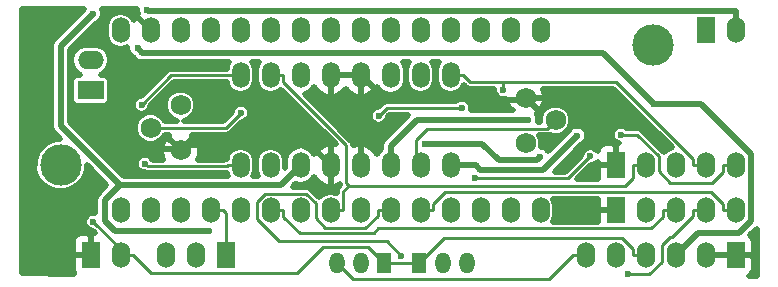
<source format=gbr>
G04 #@! TF.FileFunction,Copper,L1,Top,Signal*
%FSLAX46Y46*%
G04 Gerber Fmt 4.6, Leading zero omitted, Abs format (unit mm)*
G04 Created by KiCad (PCBNEW 0.201508080901+6071~28~ubuntu14.04.1-product) date lun 10 ago 2015 21:40:22 CEST*
%MOMM*%
G01*
G04 APERTURE LIST*
%ADD10C,0.200000*%
%ADD11O,1.501140X2.199640*%
%ADD12C,1.750060*%
%ADD13R,1.524000X2.199640*%
%ADD14O,1.524000X2.199640*%
%ADD15R,2.199640X1.524000*%
%ADD16O,2.199640X1.524000*%
%ADD17R,1.300000X1.800000*%
%ADD18O,1.300000X1.800000*%
%ADD19C,3.500120*%
%ADD20O,1.524000X2.197100*%
%ADD21C,0.600000*%
%ADD22C,0.500000*%
%ADD23C,0.250000*%
%ADD24C,0.508000*%
G04 APERTURE END LIST*
D10*
D11*
X106680000Y-77470000D03*
X109220000Y-77470000D03*
X111760000Y-77470000D03*
X114300000Y-77470000D03*
X116840000Y-77470000D03*
X119380000Y-77470000D03*
X121920000Y-77470000D03*
X124460000Y-77470000D03*
X124460000Y-69850000D03*
X121920000Y-69850000D03*
X119380000Y-69850000D03*
X116840000Y-69850000D03*
X114300000Y-69850000D03*
X111760000Y-69850000D03*
X109220000Y-69850000D03*
X106680000Y-69850000D03*
D12*
X130810000Y-75565000D03*
X133350000Y-73660000D03*
X130810000Y-71755000D03*
X101600000Y-72390000D03*
X99060000Y-74295000D03*
X101600000Y-76200000D03*
D13*
X146050000Y-66040000D03*
D14*
X148590000Y-66040000D03*
D15*
X93980000Y-71120000D03*
D16*
X93980000Y-68580000D03*
D17*
X121825000Y-85725000D03*
D18*
X123825000Y-85725000D03*
X125825000Y-85725000D03*
D19*
X91440000Y-77470000D03*
X141605000Y-67310000D03*
D17*
X118840000Y-85725000D03*
D18*
X116840000Y-85725000D03*
X114840000Y-85725000D03*
D14*
X96520000Y-81280000D03*
X99060000Y-81280000D03*
X101600000Y-81280000D03*
X104140000Y-81280000D03*
X106680000Y-81280000D03*
X109220000Y-81280000D03*
X111760000Y-81280000D03*
X114300000Y-81280000D03*
X116840000Y-81280000D03*
X119380000Y-81280000D03*
X121920000Y-81280000D03*
X124460000Y-81280000D03*
X127000000Y-81280000D03*
X129540000Y-81280000D03*
X132080000Y-81280000D03*
X132080000Y-66040000D03*
X129540000Y-66040000D03*
X127000000Y-66040000D03*
X124460000Y-66040000D03*
D20*
X121920000Y-66040000D03*
X119380000Y-66040000D03*
X116840000Y-66040000D03*
X114300000Y-66040000D03*
X111760000Y-66040000D03*
X109220000Y-66040000D03*
X106680000Y-66040000D03*
X104140000Y-66040000D03*
X101600000Y-66040000D03*
X99060000Y-66040000D03*
X96520000Y-66040000D03*
D13*
X148590000Y-85090000D03*
D14*
X146050000Y-85090000D03*
X143510000Y-85090000D03*
X140970000Y-85090000D03*
X138430000Y-85090000D03*
X135890000Y-85090000D03*
D13*
X93980000Y-85090000D03*
D14*
X96520000Y-85090000D03*
D13*
X105410000Y-85090000D03*
D14*
X102870000Y-85090000D03*
X100330000Y-85090000D03*
D13*
X138430000Y-77470000D03*
D14*
X140970000Y-77470000D03*
X143510000Y-77470000D03*
X146050000Y-77470000D03*
X148590000Y-77470000D03*
D13*
X138430000Y-81280000D03*
D14*
X140970000Y-81280000D03*
X143510000Y-81280000D03*
X146050000Y-81280000D03*
X148590000Y-81280000D03*
D21*
X131053200Y-73619400D03*
X94221700Y-82248000D03*
X98298500Y-72347900D03*
X103995800Y-83058900D03*
X98781800Y-64307800D03*
X94154100Y-64658400D03*
X132030700Y-76738900D03*
X122327500Y-75630900D03*
X141668100Y-72245000D03*
X97957400Y-67552000D03*
X135184000Y-74961300D03*
X98578000Y-77317100D03*
X138859600Y-74863000D03*
X136290700Y-76702600D03*
X126511800Y-78579400D03*
X128925100Y-71102400D03*
X118373200Y-73271900D03*
X125430200Y-72602700D03*
X139488600Y-86684800D03*
X120306000Y-85126100D03*
X106721800Y-73028500D03*
D22*
X119380000Y-77470000D02*
X119380000Y-75819800D01*
X121580400Y-73619400D02*
X131053200Y-73619400D01*
X119380000Y-75819800D02*
X121580400Y-73619400D01*
D23*
X140970000Y-85090000D02*
X139882700Y-85090000D01*
X117478600Y-84363600D02*
X118840000Y-85725000D01*
X113644100Y-84363600D02*
X117478600Y-84363600D01*
X111439600Y-86568100D02*
X113644100Y-84363600D01*
X99085400Y-86568100D02*
X111439600Y-86568100D01*
X97607300Y-85090000D02*
X99085400Y-86568100D01*
X96520000Y-85090000D02*
X97063700Y-85090000D01*
X97063700Y-85090000D02*
X97607300Y-85090000D01*
X100796400Y-69850000D02*
X98298500Y-72347900D01*
X106680000Y-69850000D02*
X100796400Y-69850000D01*
X97063700Y-85090000D02*
X94221700Y-82248000D01*
X123916600Y-83633400D02*
X121825000Y-85725000D01*
X138969700Y-83633400D02*
X123916600Y-83633400D01*
X139882700Y-84546400D02*
X138969700Y-83633400D01*
X139882700Y-85090000D02*
X139882700Y-84546400D01*
X119862700Y-85772400D02*
X119815300Y-85725000D01*
X120802300Y-85772400D02*
X119862700Y-85772400D01*
X120849700Y-85725000D02*
X120802300Y-85772400D01*
X121825000Y-85725000D02*
X120849700Y-85725000D01*
X118840000Y-85725000D02*
X119815300Y-85725000D01*
D22*
X146050000Y-85090000D02*
X148590000Y-85090000D01*
X138430000Y-77470000D02*
X138430000Y-75819900D01*
X101600000Y-76093500D02*
X101600000Y-76200000D01*
X101925000Y-75768500D02*
X101600000Y-76093500D01*
X112598500Y-75768500D02*
X101925000Y-75768500D01*
X114300000Y-77470000D02*
X112598500Y-75768500D01*
X97387300Y-64367300D02*
X99060000Y-66040000D01*
X95990400Y-64367300D02*
X97387300Y-64367300D01*
X92296100Y-68061600D02*
X95990400Y-64367300D01*
X92296100Y-72122600D02*
X92296100Y-68061600D01*
X96267000Y-76093500D02*
X92296100Y-72122600D01*
X101600000Y-76093500D02*
X96267000Y-76093500D01*
X114300000Y-69850000D02*
X115600900Y-69850000D01*
X116840000Y-69850000D02*
X115600900Y-69850000D01*
X118705700Y-71715700D02*
X116840000Y-69850000D01*
X118705700Y-71736900D02*
X118705700Y-71715700D01*
X116840000Y-73602600D02*
X116840000Y-77470000D01*
X118705700Y-71736900D02*
X116840000Y-73602600D01*
X130612300Y-71952700D02*
X130810000Y-71755000D01*
X128572900Y-71952700D02*
X130612300Y-71952700D01*
X128357100Y-71736900D02*
X128572900Y-71952700D01*
X118705700Y-71736900D02*
X128357100Y-71736900D01*
X134365100Y-71755000D02*
X130810000Y-71755000D01*
X138430000Y-75819900D02*
X134365100Y-71755000D01*
X110089600Y-79140400D02*
X111760000Y-77470000D01*
X96448400Y-79140400D02*
X110089600Y-79140400D01*
X91450100Y-74142100D02*
X96448400Y-79140400D01*
X91450100Y-67362400D02*
X91450100Y-74142100D01*
X94154100Y-64658400D02*
X91450100Y-67362400D01*
X148590000Y-66040000D02*
X148590000Y-64389800D01*
X98863800Y-64389800D02*
X98781800Y-64307800D01*
X148590000Y-64389800D02*
X98863800Y-64389800D01*
X95165400Y-80423400D02*
X96448400Y-79140400D01*
X95165400Y-82161400D02*
X95165400Y-80423400D01*
X96062900Y-83058900D02*
X95165400Y-82161400D01*
X103995800Y-83058900D02*
X96062900Y-83058900D01*
X131749800Y-77019800D02*
X132030700Y-76738900D01*
X128537900Y-77019800D02*
X131749800Y-77019800D01*
X127149000Y-75630900D02*
X128537900Y-77019800D01*
X122327500Y-75630900D02*
X127149000Y-75630900D01*
X98348900Y-67943500D02*
X97957400Y-67552000D01*
X137366600Y-67943500D02*
X98348900Y-67943500D01*
X141668100Y-72245000D02*
X137366600Y-67943500D01*
X145634900Y-72245000D02*
X141668100Y-72245000D01*
X149918400Y-76528500D02*
X145634900Y-72245000D01*
X149918400Y-82147200D02*
X149918400Y-76528500D01*
X148880600Y-83185000D02*
X149918400Y-82147200D01*
X145415000Y-83185000D02*
X148880600Y-83185000D01*
X143510000Y-85090000D02*
X145415000Y-83185000D01*
X124460000Y-77470000D02*
X125760900Y-77470000D01*
X126605000Y-77470000D02*
X125760900Y-77470000D01*
X126989200Y-77854200D02*
X126605000Y-77470000D01*
X132291100Y-77854200D02*
X126989200Y-77854200D01*
X135184000Y-74961300D02*
X132291100Y-77854200D01*
D23*
X106680000Y-77470000D02*
X105604100Y-77470000D01*
X98821800Y-77560900D02*
X98578000Y-77317100D01*
X105513200Y-77560900D02*
X98821800Y-77560900D01*
X105604100Y-77470000D02*
X105513200Y-77560900D01*
X140273200Y-74863000D02*
X138859600Y-74863000D01*
X142080700Y-76670500D02*
X140273200Y-74863000D01*
X142080700Y-77976600D02*
X142080700Y-76670500D01*
X143028800Y-78924700D02*
X142080700Y-77976600D01*
X146591600Y-78924700D02*
X143028800Y-78924700D01*
X147502700Y-78013600D02*
X146591600Y-78924700D01*
X147502700Y-77470000D02*
X147502700Y-78013600D01*
X134413900Y-78579400D02*
X126511800Y-78579400D01*
X136290700Y-76702600D02*
X134413900Y-78579400D01*
X148590000Y-77470000D02*
X147502700Y-77470000D01*
X146050000Y-77470000D02*
X144962700Y-77470000D01*
X128925100Y-70396100D02*
X128925100Y-71102400D01*
X138432400Y-70396100D02*
X128925100Y-70396100D01*
X144962700Y-76926400D02*
X138432400Y-70396100D01*
X144962700Y-77470000D02*
X144962700Y-76926400D01*
X126082000Y-70396100D02*
X125535900Y-69850000D01*
X128925100Y-70396100D02*
X126082000Y-70396100D01*
X124460000Y-69850000D02*
X125535900Y-69850000D01*
X140970000Y-77470000D02*
X139882700Y-77470000D01*
X114300000Y-81280000D02*
X115387300Y-81280000D01*
X109220000Y-69850000D02*
X110295900Y-69850000D01*
X115387300Y-79665100D02*
X115847700Y-79204700D01*
X115387300Y-81280000D02*
X115387300Y-79665100D01*
X115638300Y-78995300D02*
X115847700Y-79204700D01*
X115638300Y-75775600D02*
X115638300Y-78995300D01*
X110295900Y-70433200D02*
X115638300Y-75775600D01*
X110295900Y-69850000D02*
X110295900Y-70433200D01*
X139882700Y-78557300D02*
X139882700Y-77470000D01*
X139235300Y-79204700D02*
X139882700Y-78557300D01*
X115847700Y-79204700D02*
X139235300Y-79204700D01*
X105410000Y-81462700D02*
X105227300Y-81280000D01*
X105410000Y-85090000D02*
X105410000Y-81462700D01*
X104140000Y-81280000D02*
X105227300Y-81280000D01*
X143510000Y-81280000D02*
X142422700Y-81280000D01*
X109220000Y-81280000D02*
X110307300Y-81280000D01*
X142422700Y-81823600D02*
X142422700Y-81280000D01*
X141434400Y-82811900D02*
X142422700Y-81823600D01*
X118339200Y-82811900D02*
X141434400Y-82811900D01*
X117945200Y-83205900D02*
X118339200Y-82811900D01*
X111689500Y-83205900D02*
X117945200Y-83205900D01*
X110307300Y-81823700D02*
X111689500Y-83205900D01*
X110307300Y-81280000D02*
X110307300Y-81823700D01*
X123007300Y-80736300D02*
X123007300Y-81280000D01*
X123997700Y-79745900D02*
X123007300Y-80736300D01*
X146512200Y-79745900D02*
X123997700Y-79745900D01*
X147502700Y-80736400D02*
X146512200Y-79745900D01*
X147502700Y-81280000D02*
X147502700Y-80736400D01*
X148590000Y-81280000D02*
X147502700Y-81280000D01*
X121920000Y-81280000D02*
X123007300Y-81280000D01*
X116178400Y-87063400D02*
X114840000Y-85725000D01*
X132829300Y-87063400D02*
X116178400Y-87063400D01*
X134802700Y-85090000D02*
X132829300Y-87063400D01*
X135890000Y-85090000D02*
X134802700Y-85090000D01*
X119042400Y-72602700D02*
X125430200Y-72602700D01*
X118373200Y-73271900D02*
X119042400Y-72602700D01*
X141261600Y-86684800D02*
X139488600Y-86684800D01*
X142322600Y-85623800D02*
X141261600Y-86684800D01*
X142322600Y-84247800D02*
X142322600Y-85623800D01*
X143062100Y-83508300D02*
X142322600Y-84247800D01*
X143252000Y-83508300D02*
X143062100Y-83508300D01*
X144962700Y-81797600D02*
X143252000Y-83508300D01*
X144962700Y-81280000D02*
X144962700Y-81797600D01*
X119380000Y-81280000D02*
X118292700Y-81280000D01*
X146050000Y-81280000D02*
X144962700Y-81280000D01*
X118292700Y-81719700D02*
X118292700Y-81280000D01*
X117256900Y-82755500D02*
X118292700Y-81719700D01*
X113842400Y-82755500D02*
X117256900Y-82755500D01*
X113030000Y-81943100D02*
X113842400Y-82755500D01*
X113030000Y-80672500D02*
X113030000Y-81943100D01*
X112212200Y-79854700D02*
X113030000Y-80672500D01*
X108735600Y-79854700D02*
X112212200Y-79854700D01*
X108048200Y-80542100D02*
X108735600Y-79854700D01*
X108048200Y-82048100D02*
X108048200Y-80542100D01*
X109913300Y-83913200D02*
X108048200Y-82048100D01*
X119093100Y-83913200D02*
X109913300Y-83913200D01*
X120306000Y-85126100D02*
X119093100Y-83913200D01*
X132655200Y-74354800D02*
X133350000Y-73660000D01*
X122478000Y-74354800D02*
X132655200Y-74354800D01*
X121539700Y-75293100D02*
X122478000Y-74354800D01*
X121539700Y-77089700D02*
X121539700Y-75293100D01*
X121920000Y-77470000D02*
X121539700Y-77089700D01*
X105455300Y-74295000D02*
X99060000Y-74295000D01*
X106721800Y-73028500D02*
X105455300Y-74295000D01*
D24*
G36*
X150368000Y-86866969D02*
X149717392Y-86864335D01*
X149784205Y-86836660D01*
X149998840Y-86622025D01*
X150115000Y-86341590D01*
X150115000Y-85281250D01*
X149924250Y-85090500D01*
X148590500Y-85090500D01*
X148590500Y-85110500D01*
X148589500Y-85110500D01*
X148589500Y-85090500D01*
X146050500Y-85090500D01*
X146050500Y-85110500D01*
X146049500Y-85110500D01*
X146049500Y-85090500D01*
X146029500Y-85090500D01*
X146029500Y-85089500D01*
X146049500Y-85089500D01*
X146049500Y-85069500D01*
X146050500Y-85069500D01*
X146050500Y-85089500D01*
X148589500Y-85089500D01*
X148589500Y-85069500D01*
X148590500Y-85069500D01*
X148590500Y-85089500D01*
X149924250Y-85089500D01*
X150115000Y-84898750D01*
X150115000Y-83838410D01*
X149998840Y-83557975D01*
X149821747Y-83380882D01*
X150368000Y-82834628D01*
X150368000Y-86866969D01*
X150368000Y-86866969D01*
G37*
X150368000Y-86866969D02*
X149717392Y-86864335D01*
X149784205Y-86836660D01*
X149998840Y-86622025D01*
X150115000Y-86341590D01*
X150115000Y-85281250D01*
X149924250Y-85090500D01*
X148590500Y-85090500D01*
X148590500Y-85110500D01*
X148589500Y-85110500D01*
X148589500Y-85090500D01*
X146050500Y-85090500D01*
X146050500Y-85110500D01*
X146049500Y-85110500D01*
X146049500Y-85090500D01*
X146029500Y-85090500D01*
X146029500Y-85089500D01*
X146049500Y-85089500D01*
X146049500Y-85069500D01*
X146050500Y-85069500D01*
X146050500Y-85089500D01*
X148589500Y-85089500D01*
X148589500Y-85069500D01*
X148590500Y-85069500D01*
X148590500Y-85089500D01*
X149924250Y-85089500D01*
X150115000Y-84898750D01*
X150115000Y-83838410D01*
X149998840Y-83557975D01*
X149821747Y-83380882D01*
X150368000Y-82834628D01*
X150368000Y-86866969D01*
G36*
X93380176Y-64295296D02*
X90881586Y-66793886D01*
X90707301Y-67054722D01*
X90664857Y-67268103D01*
X90646100Y-67362400D01*
X90646100Y-74142100D01*
X90707301Y-74449778D01*
X90881586Y-74710614D01*
X91436909Y-75265937D01*
X91003509Y-75265558D01*
X90193131Y-75600399D01*
X89572578Y-76219870D01*
X89236324Y-77029662D01*
X89235558Y-77906491D01*
X89570399Y-78716869D01*
X90189870Y-79337422D01*
X90999662Y-79673676D01*
X91876491Y-79674442D01*
X92686869Y-79339601D01*
X93307422Y-78720130D01*
X93643676Y-77910338D01*
X93644058Y-77473086D01*
X95311372Y-79140400D01*
X94596886Y-79854886D01*
X94422601Y-80115722D01*
X94414331Y-80157300D01*
X94361400Y-80423400D01*
X94361400Y-81494121D01*
X94072378Y-81493869D01*
X93795151Y-81608417D01*
X93582862Y-81820336D01*
X93467831Y-82097362D01*
X93467569Y-82397322D01*
X93582117Y-82674549D01*
X93794036Y-82886838D01*
X94071062Y-83001869D01*
X94156814Y-83001944D01*
X94382050Y-83227180D01*
X94171250Y-83227180D01*
X93980500Y-83417930D01*
X93980500Y-85089500D01*
X94000500Y-85089500D01*
X94000500Y-85090500D01*
X93980500Y-85090500D01*
X93980500Y-85110500D01*
X93979500Y-85110500D01*
X93979500Y-85090500D01*
X92645750Y-85090500D01*
X92455000Y-85281250D01*
X92455000Y-86341590D01*
X92571160Y-86622025D01*
X92582154Y-86633019D01*
X88138000Y-86615026D01*
X88138000Y-83838410D01*
X92455000Y-83838410D01*
X92455000Y-84898750D01*
X92645750Y-85089500D01*
X93979500Y-85089500D01*
X93979500Y-83417930D01*
X93788750Y-83227180D01*
X93066230Y-83227180D01*
X92785795Y-83343340D01*
X92571160Y-83557975D01*
X92455000Y-83838410D01*
X88138000Y-83838410D01*
X88138000Y-64262000D01*
X93394002Y-64262000D01*
X93380176Y-64295296D01*
X93380176Y-64295296D01*
G37*
X93380176Y-64295296D02*
X90881586Y-66793886D01*
X90707301Y-67054722D01*
X90664857Y-67268103D01*
X90646100Y-67362400D01*
X90646100Y-74142100D01*
X90707301Y-74449778D01*
X90881586Y-74710614D01*
X91436909Y-75265937D01*
X91003509Y-75265558D01*
X90193131Y-75600399D01*
X89572578Y-76219870D01*
X89236324Y-77029662D01*
X89235558Y-77906491D01*
X89570399Y-78716869D01*
X90189870Y-79337422D01*
X90999662Y-79673676D01*
X91876491Y-79674442D01*
X92686869Y-79339601D01*
X93307422Y-78720130D01*
X93643676Y-77910338D01*
X93644058Y-77473086D01*
X95311372Y-79140400D01*
X94596886Y-79854886D01*
X94422601Y-80115722D01*
X94414331Y-80157300D01*
X94361400Y-80423400D01*
X94361400Y-81494121D01*
X94072378Y-81493869D01*
X93795151Y-81608417D01*
X93582862Y-81820336D01*
X93467831Y-82097362D01*
X93467569Y-82397322D01*
X93582117Y-82674549D01*
X93794036Y-82886838D01*
X94071062Y-83001869D01*
X94156814Y-83001944D01*
X94382050Y-83227180D01*
X94171250Y-83227180D01*
X93980500Y-83417930D01*
X93980500Y-85089500D01*
X94000500Y-85089500D01*
X94000500Y-85090500D01*
X93980500Y-85090500D01*
X93980500Y-85110500D01*
X93979500Y-85110500D01*
X93979500Y-85090500D01*
X92645750Y-85090500D01*
X92455000Y-85281250D01*
X92455000Y-86341590D01*
X92571160Y-86622025D01*
X92582154Y-86633019D01*
X88138000Y-86615026D01*
X88138000Y-83838410D01*
X92455000Y-83838410D01*
X92455000Y-84898750D01*
X92645750Y-85089500D01*
X93979500Y-85089500D01*
X93979500Y-83417930D01*
X93788750Y-83227180D01*
X93066230Y-83227180D01*
X92785795Y-83343340D01*
X92571160Y-83557975D01*
X92455000Y-83838410D01*
X88138000Y-83838410D01*
X88138000Y-64262000D01*
X93394002Y-64262000D01*
X93380176Y-64295296D01*
G36*
X123825500Y-85724500D02*
X123845500Y-85724500D01*
X123845500Y-85725500D01*
X123825500Y-85725500D01*
X123825500Y-85745500D01*
X123824500Y-85745500D01*
X123824500Y-85725500D01*
X123804500Y-85725500D01*
X123804500Y-85724500D01*
X123824500Y-85724500D01*
X123824500Y-85704500D01*
X123825500Y-85704500D01*
X123825500Y-85724500D01*
X123825500Y-85724500D01*
G37*
X123825500Y-85724500D02*
X123845500Y-85724500D01*
X123845500Y-85725500D01*
X123825500Y-85725500D01*
X123825500Y-85745500D01*
X123824500Y-85745500D01*
X123824500Y-85725500D01*
X123804500Y-85725500D01*
X123804500Y-85724500D01*
X123824500Y-85724500D01*
X123824500Y-85704500D01*
X123825500Y-85704500D01*
X123825500Y-85724500D01*
G36*
X116840500Y-85724500D02*
X116860500Y-85724500D01*
X116860500Y-85725500D01*
X116840500Y-85725500D01*
X116840500Y-85745500D01*
X116839500Y-85745500D01*
X116839500Y-85725500D01*
X116819500Y-85725500D01*
X116819500Y-85724500D01*
X116839500Y-85724500D01*
X116839500Y-85704500D01*
X116840500Y-85704500D01*
X116840500Y-85724500D01*
X116840500Y-85724500D01*
G37*
X116840500Y-85724500D02*
X116860500Y-85724500D01*
X116860500Y-85725500D01*
X116840500Y-85725500D01*
X116840500Y-85745500D01*
X116839500Y-85745500D01*
X116839500Y-85725500D01*
X116819500Y-85725500D01*
X116819500Y-85724500D01*
X116839500Y-85724500D01*
X116839500Y-85704500D01*
X116840500Y-85704500D01*
X116840500Y-85724500D01*
G36*
X136905000Y-81088750D02*
X137095750Y-81279500D01*
X138429500Y-81279500D01*
X138429500Y-81259500D01*
X138430500Y-81259500D01*
X138430500Y-81279500D01*
X138450500Y-81279500D01*
X138450500Y-81280500D01*
X138430500Y-81280500D01*
X138430500Y-81300500D01*
X138429500Y-81300500D01*
X138429500Y-81280500D01*
X137095750Y-81280500D01*
X136905000Y-81471250D01*
X136905000Y-82232900D01*
X133123727Y-82232900D01*
X133203438Y-82113604D01*
X133296000Y-81648261D01*
X133296000Y-80911739D01*
X133203438Y-80446396D01*
X133122257Y-80324900D01*
X136905000Y-80324900D01*
X136905000Y-81088750D01*
X136905000Y-81088750D01*
G37*
X136905000Y-81088750D02*
X137095750Y-81279500D01*
X138429500Y-81279500D01*
X138429500Y-81259500D01*
X138430500Y-81259500D01*
X138430500Y-81279500D01*
X138450500Y-81279500D01*
X138450500Y-81280500D01*
X138430500Y-81280500D01*
X138430500Y-81300500D01*
X138429500Y-81300500D01*
X138429500Y-81280500D01*
X137095750Y-81280500D01*
X136905000Y-81471250D01*
X136905000Y-82232900D01*
X133123727Y-82232900D01*
X133203438Y-82113604D01*
X133296000Y-81648261D01*
X133296000Y-80911739D01*
X133203438Y-80446396D01*
X133122257Y-80324900D01*
X136905000Y-80324900D01*
X136905000Y-81088750D01*
G36*
X97927652Y-64476926D02*
X97987283Y-64621243D01*
X97982016Y-64624759D01*
X97651275Y-65119396D01*
X97635923Y-65196444D01*
X97379842Y-64813192D01*
X96985343Y-64549596D01*
X96520000Y-64457034D01*
X96054657Y-64549596D01*
X95660158Y-64813192D01*
X95396562Y-65207691D01*
X95304000Y-65673034D01*
X95304000Y-66406966D01*
X95396562Y-66872309D01*
X95660158Y-67266808D01*
X96054657Y-67530404D01*
X96520000Y-67622966D01*
X96985343Y-67530404D01*
X97103487Y-67451463D01*
X97103252Y-67721126D01*
X97232992Y-68035120D01*
X97473016Y-68275564D01*
X97594296Y-68325924D01*
X97780386Y-68512014D01*
X98041223Y-68686299D01*
X98348900Y-68747500D01*
X105742078Y-68747500D01*
X105567122Y-69009340D01*
X105515075Y-69271000D01*
X100796400Y-69271000D01*
X100574826Y-69315074D01*
X100386985Y-69440585D01*
X98233727Y-71593843D01*
X98149178Y-71593769D01*
X97871951Y-71708317D01*
X97659662Y-71920236D01*
X97544631Y-72197262D01*
X97544369Y-72497222D01*
X97658917Y-72774449D01*
X97870836Y-72986738D01*
X98147862Y-73101769D01*
X98447822Y-73102031D01*
X98725049Y-72987483D01*
X98937338Y-72775564D01*
X99052369Y-72498538D01*
X99052444Y-72412786D01*
X101036230Y-70429000D01*
X105515075Y-70429000D01*
X105567122Y-70690660D01*
X105828240Y-71081451D01*
X106219031Y-71342569D01*
X106680000Y-71434261D01*
X107140969Y-71342569D01*
X107531760Y-71081451D01*
X107792878Y-70690660D01*
X107884570Y-70229691D01*
X107884570Y-69470309D01*
X107792878Y-69009340D01*
X107617922Y-68747500D01*
X108282078Y-68747500D01*
X108107122Y-69009340D01*
X108015430Y-69470309D01*
X108015430Y-70229691D01*
X108107122Y-70690660D01*
X108368240Y-71081451D01*
X108759031Y-71342569D01*
X109220000Y-71434261D01*
X109680969Y-71342569D01*
X110071760Y-71081451D01*
X110093214Y-71049343D01*
X114721810Y-75677939D01*
X114537268Y-75625893D01*
X114300500Y-75797930D01*
X114300500Y-77469500D01*
X114320500Y-77469500D01*
X114320500Y-77470500D01*
X114300500Y-77470500D01*
X114300500Y-79142070D01*
X114537268Y-79314107D01*
X114878756Y-79217798D01*
X115077201Y-79085296D01*
X115088993Y-79144577D01*
X114977885Y-79255685D01*
X114852374Y-79443526D01*
X114808300Y-79665100D01*
X114808300Y-79817004D01*
X114765343Y-79788301D01*
X114300000Y-79695739D01*
X113834657Y-79788301D01*
X113440158Y-80051897D01*
X113355270Y-80178940D01*
X112621615Y-79445285D01*
X112579553Y-79417180D01*
X112433774Y-79319774D01*
X112212200Y-79275700D01*
X111091328Y-79275700D01*
X111301925Y-79065103D01*
X111760000Y-79156220D01*
X112259237Y-79056916D01*
X112682470Y-78774120D01*
X112917505Y-78422366D01*
X113230098Y-78889859D01*
X113721244Y-79217798D01*
X114062732Y-79314107D01*
X114299500Y-79142070D01*
X114299500Y-77470500D01*
X114279500Y-77470500D01*
X114279500Y-77469500D01*
X114299500Y-77469500D01*
X114299500Y-75797930D01*
X114062732Y-75625893D01*
X113721244Y-75722202D01*
X113230098Y-76050141D01*
X112917505Y-76517634D01*
X112682470Y-76165880D01*
X112259237Y-75883084D01*
X111760000Y-75783780D01*
X111260763Y-75883084D01*
X110837530Y-76165880D01*
X110554734Y-76589113D01*
X110455430Y-77088350D01*
X110455430Y-77637542D01*
X110424570Y-77668402D01*
X110424570Y-77090309D01*
X110332878Y-76629340D01*
X110071760Y-76238549D01*
X109680969Y-75977431D01*
X109220000Y-75885739D01*
X108759031Y-75977431D01*
X108368240Y-76238549D01*
X108107122Y-76629340D01*
X108015430Y-77090309D01*
X108015430Y-77849691D01*
X108107122Y-78310660D01*
X108124321Y-78336400D01*
X107775679Y-78336400D01*
X107792878Y-78310660D01*
X107884570Y-77849691D01*
X107884570Y-77090309D01*
X107792878Y-76629340D01*
X107531760Y-76238549D01*
X107140969Y-75977431D01*
X106680000Y-75885739D01*
X106219031Y-75977431D01*
X105828240Y-76238549D01*
X105567122Y-76629340D01*
X105511407Y-76909438D01*
X105382526Y-76935074D01*
X105312446Y-76981900D01*
X103043288Y-76981900D01*
X103224092Y-76589396D01*
X103249481Y-75938242D01*
X103023751Y-75326938D01*
X102951450Y-75218732D01*
X102646427Y-75154280D01*
X101600707Y-76200000D01*
X101614850Y-76214143D01*
X101614143Y-76214850D01*
X101600000Y-76200707D01*
X101585858Y-76214850D01*
X101585151Y-76214143D01*
X101599293Y-76200000D01*
X100553573Y-75154280D01*
X100248550Y-75218732D01*
X99975908Y-75810604D01*
X99950519Y-76461758D01*
X100142587Y-76981900D01*
X99255328Y-76981900D01*
X99217583Y-76890551D01*
X99005664Y-76678262D01*
X98728638Y-76563231D01*
X98428678Y-76562969D01*
X98151451Y-76677517D01*
X97939162Y-76889436D01*
X97824131Y-77166462D01*
X97823869Y-77466422D01*
X97938417Y-77743649D01*
X98150336Y-77955938D01*
X98427362Y-78070969D01*
X98563202Y-78071088D01*
X98600226Y-78095826D01*
X98821800Y-78139900D01*
X105513200Y-78139900D01*
X105532396Y-78136082D01*
X105567122Y-78310660D01*
X105584321Y-78336400D01*
X96781428Y-78336400D01*
X93003229Y-74558201D01*
X97730740Y-74558201D01*
X97932646Y-75046851D01*
X98306182Y-75421040D01*
X98794480Y-75623799D01*
X99323201Y-75624260D01*
X99811851Y-75422354D01*
X100186040Y-75048818D01*
X100258631Y-74874000D01*
X100613354Y-74874000D01*
X100554280Y-75153573D01*
X101600000Y-76199293D01*
X102645720Y-75153573D01*
X102586646Y-74874000D01*
X105455300Y-74874000D01*
X105676874Y-74829926D01*
X105864715Y-74704415D01*
X106786572Y-73782557D01*
X106871122Y-73782631D01*
X107148349Y-73668083D01*
X107360638Y-73456164D01*
X107475669Y-73179138D01*
X107475931Y-72879178D01*
X107361383Y-72601951D01*
X107149464Y-72389662D01*
X106872438Y-72274631D01*
X106572478Y-72274369D01*
X106295251Y-72388917D01*
X106082962Y-72600836D01*
X105967931Y-72877862D01*
X105967856Y-72963615D01*
X105215470Y-73716000D01*
X101871091Y-73716000D01*
X102351851Y-73517354D01*
X102726040Y-73143818D01*
X102928799Y-72655520D01*
X102929260Y-72126799D01*
X102727354Y-71638149D01*
X102353818Y-71263960D01*
X101865520Y-71061201D01*
X101336799Y-71060740D01*
X100848149Y-71262646D01*
X100473960Y-71636182D01*
X100271201Y-72124480D01*
X100270740Y-72653201D01*
X100472646Y-73141851D01*
X100846182Y-73516040D01*
X101327739Y-73716000D01*
X100258775Y-73716000D01*
X100187354Y-73543149D01*
X99813818Y-73168960D01*
X99325520Y-72966201D01*
X98796799Y-72965740D01*
X98308149Y-73167646D01*
X97933960Y-73541182D01*
X97731201Y-74029480D01*
X97730740Y-74558201D01*
X93003229Y-74558201D01*
X92254100Y-73809072D01*
X92254100Y-68580000D01*
X92293780Y-68580000D01*
X92393955Y-69083611D01*
X92679227Y-69510553D01*
X93102161Y-69793147D01*
X92880180Y-69793147D01*
X92674880Y-69831777D01*
X92486324Y-69953109D01*
X92359829Y-70138241D01*
X92315327Y-70358000D01*
X92315327Y-71882000D01*
X92353957Y-72087300D01*
X92475289Y-72275856D01*
X92660421Y-72402351D01*
X92880180Y-72446853D01*
X95079820Y-72446853D01*
X95285120Y-72408223D01*
X95473676Y-72286891D01*
X95600171Y-72101759D01*
X95644673Y-71882000D01*
X95644673Y-70358000D01*
X95606043Y-70152700D01*
X95484711Y-69964144D01*
X95299579Y-69837649D01*
X95079820Y-69793147D01*
X94857839Y-69793147D01*
X95280773Y-69510553D01*
X95566045Y-69083611D01*
X95666220Y-68580000D01*
X95566045Y-68076389D01*
X95280773Y-67649447D01*
X94853831Y-67364175D01*
X94350220Y-67264000D01*
X93609780Y-67264000D01*
X93106169Y-67364175D01*
X92679227Y-67649447D01*
X92393955Y-68076389D01*
X92293780Y-68580000D01*
X92254100Y-68580000D01*
X92254100Y-67695428D01*
X94517078Y-65432450D01*
X94637220Y-65382808D01*
X94877664Y-65142784D01*
X95007952Y-64829016D01*
X95008248Y-64489274D01*
X94914340Y-64262000D01*
X97927839Y-64262000D01*
X97927652Y-64476926D01*
X97927652Y-64476926D01*
G37*
X97927652Y-64476926D02*
X97987283Y-64621243D01*
X97982016Y-64624759D01*
X97651275Y-65119396D01*
X97635923Y-65196444D01*
X97379842Y-64813192D01*
X96985343Y-64549596D01*
X96520000Y-64457034D01*
X96054657Y-64549596D01*
X95660158Y-64813192D01*
X95396562Y-65207691D01*
X95304000Y-65673034D01*
X95304000Y-66406966D01*
X95396562Y-66872309D01*
X95660158Y-67266808D01*
X96054657Y-67530404D01*
X96520000Y-67622966D01*
X96985343Y-67530404D01*
X97103487Y-67451463D01*
X97103252Y-67721126D01*
X97232992Y-68035120D01*
X97473016Y-68275564D01*
X97594296Y-68325924D01*
X97780386Y-68512014D01*
X98041223Y-68686299D01*
X98348900Y-68747500D01*
X105742078Y-68747500D01*
X105567122Y-69009340D01*
X105515075Y-69271000D01*
X100796400Y-69271000D01*
X100574826Y-69315074D01*
X100386985Y-69440585D01*
X98233727Y-71593843D01*
X98149178Y-71593769D01*
X97871951Y-71708317D01*
X97659662Y-71920236D01*
X97544631Y-72197262D01*
X97544369Y-72497222D01*
X97658917Y-72774449D01*
X97870836Y-72986738D01*
X98147862Y-73101769D01*
X98447822Y-73102031D01*
X98725049Y-72987483D01*
X98937338Y-72775564D01*
X99052369Y-72498538D01*
X99052444Y-72412786D01*
X101036230Y-70429000D01*
X105515075Y-70429000D01*
X105567122Y-70690660D01*
X105828240Y-71081451D01*
X106219031Y-71342569D01*
X106680000Y-71434261D01*
X107140969Y-71342569D01*
X107531760Y-71081451D01*
X107792878Y-70690660D01*
X107884570Y-70229691D01*
X107884570Y-69470309D01*
X107792878Y-69009340D01*
X107617922Y-68747500D01*
X108282078Y-68747500D01*
X108107122Y-69009340D01*
X108015430Y-69470309D01*
X108015430Y-70229691D01*
X108107122Y-70690660D01*
X108368240Y-71081451D01*
X108759031Y-71342569D01*
X109220000Y-71434261D01*
X109680969Y-71342569D01*
X110071760Y-71081451D01*
X110093214Y-71049343D01*
X114721810Y-75677939D01*
X114537268Y-75625893D01*
X114300500Y-75797930D01*
X114300500Y-77469500D01*
X114320500Y-77469500D01*
X114320500Y-77470500D01*
X114300500Y-77470500D01*
X114300500Y-79142070D01*
X114537268Y-79314107D01*
X114878756Y-79217798D01*
X115077201Y-79085296D01*
X115088993Y-79144577D01*
X114977885Y-79255685D01*
X114852374Y-79443526D01*
X114808300Y-79665100D01*
X114808300Y-79817004D01*
X114765343Y-79788301D01*
X114300000Y-79695739D01*
X113834657Y-79788301D01*
X113440158Y-80051897D01*
X113355270Y-80178940D01*
X112621615Y-79445285D01*
X112579553Y-79417180D01*
X112433774Y-79319774D01*
X112212200Y-79275700D01*
X111091328Y-79275700D01*
X111301925Y-79065103D01*
X111760000Y-79156220D01*
X112259237Y-79056916D01*
X112682470Y-78774120D01*
X112917505Y-78422366D01*
X113230098Y-78889859D01*
X113721244Y-79217798D01*
X114062732Y-79314107D01*
X114299500Y-79142070D01*
X114299500Y-77470500D01*
X114279500Y-77470500D01*
X114279500Y-77469500D01*
X114299500Y-77469500D01*
X114299500Y-75797930D01*
X114062732Y-75625893D01*
X113721244Y-75722202D01*
X113230098Y-76050141D01*
X112917505Y-76517634D01*
X112682470Y-76165880D01*
X112259237Y-75883084D01*
X111760000Y-75783780D01*
X111260763Y-75883084D01*
X110837530Y-76165880D01*
X110554734Y-76589113D01*
X110455430Y-77088350D01*
X110455430Y-77637542D01*
X110424570Y-77668402D01*
X110424570Y-77090309D01*
X110332878Y-76629340D01*
X110071760Y-76238549D01*
X109680969Y-75977431D01*
X109220000Y-75885739D01*
X108759031Y-75977431D01*
X108368240Y-76238549D01*
X108107122Y-76629340D01*
X108015430Y-77090309D01*
X108015430Y-77849691D01*
X108107122Y-78310660D01*
X108124321Y-78336400D01*
X107775679Y-78336400D01*
X107792878Y-78310660D01*
X107884570Y-77849691D01*
X107884570Y-77090309D01*
X107792878Y-76629340D01*
X107531760Y-76238549D01*
X107140969Y-75977431D01*
X106680000Y-75885739D01*
X106219031Y-75977431D01*
X105828240Y-76238549D01*
X105567122Y-76629340D01*
X105511407Y-76909438D01*
X105382526Y-76935074D01*
X105312446Y-76981900D01*
X103043288Y-76981900D01*
X103224092Y-76589396D01*
X103249481Y-75938242D01*
X103023751Y-75326938D01*
X102951450Y-75218732D01*
X102646427Y-75154280D01*
X101600707Y-76200000D01*
X101614850Y-76214143D01*
X101614143Y-76214850D01*
X101600000Y-76200707D01*
X101585858Y-76214850D01*
X101585151Y-76214143D01*
X101599293Y-76200000D01*
X100553573Y-75154280D01*
X100248550Y-75218732D01*
X99975908Y-75810604D01*
X99950519Y-76461758D01*
X100142587Y-76981900D01*
X99255328Y-76981900D01*
X99217583Y-76890551D01*
X99005664Y-76678262D01*
X98728638Y-76563231D01*
X98428678Y-76562969D01*
X98151451Y-76677517D01*
X97939162Y-76889436D01*
X97824131Y-77166462D01*
X97823869Y-77466422D01*
X97938417Y-77743649D01*
X98150336Y-77955938D01*
X98427362Y-78070969D01*
X98563202Y-78071088D01*
X98600226Y-78095826D01*
X98821800Y-78139900D01*
X105513200Y-78139900D01*
X105532396Y-78136082D01*
X105567122Y-78310660D01*
X105584321Y-78336400D01*
X96781428Y-78336400D01*
X93003229Y-74558201D01*
X97730740Y-74558201D01*
X97932646Y-75046851D01*
X98306182Y-75421040D01*
X98794480Y-75623799D01*
X99323201Y-75624260D01*
X99811851Y-75422354D01*
X100186040Y-75048818D01*
X100258631Y-74874000D01*
X100613354Y-74874000D01*
X100554280Y-75153573D01*
X101600000Y-76199293D01*
X102645720Y-75153573D01*
X102586646Y-74874000D01*
X105455300Y-74874000D01*
X105676874Y-74829926D01*
X105864715Y-74704415D01*
X106786572Y-73782557D01*
X106871122Y-73782631D01*
X107148349Y-73668083D01*
X107360638Y-73456164D01*
X107475669Y-73179138D01*
X107475931Y-72879178D01*
X107361383Y-72601951D01*
X107149464Y-72389662D01*
X106872438Y-72274631D01*
X106572478Y-72274369D01*
X106295251Y-72388917D01*
X106082962Y-72600836D01*
X105967931Y-72877862D01*
X105967856Y-72963615D01*
X105215470Y-73716000D01*
X101871091Y-73716000D01*
X102351851Y-73517354D01*
X102726040Y-73143818D01*
X102928799Y-72655520D01*
X102929260Y-72126799D01*
X102727354Y-71638149D01*
X102353818Y-71263960D01*
X101865520Y-71061201D01*
X101336799Y-71060740D01*
X100848149Y-71262646D01*
X100473960Y-71636182D01*
X100271201Y-72124480D01*
X100270740Y-72653201D01*
X100472646Y-73141851D01*
X100846182Y-73516040D01*
X101327739Y-73716000D01*
X100258775Y-73716000D01*
X100187354Y-73543149D01*
X99813818Y-73168960D01*
X99325520Y-72966201D01*
X98796799Y-72965740D01*
X98308149Y-73167646D01*
X97933960Y-73541182D01*
X97731201Y-74029480D01*
X97730740Y-74558201D01*
X93003229Y-74558201D01*
X92254100Y-73809072D01*
X92254100Y-68580000D01*
X92293780Y-68580000D01*
X92393955Y-69083611D01*
X92679227Y-69510553D01*
X93102161Y-69793147D01*
X92880180Y-69793147D01*
X92674880Y-69831777D01*
X92486324Y-69953109D01*
X92359829Y-70138241D01*
X92315327Y-70358000D01*
X92315327Y-71882000D01*
X92353957Y-72087300D01*
X92475289Y-72275856D01*
X92660421Y-72402351D01*
X92880180Y-72446853D01*
X95079820Y-72446853D01*
X95285120Y-72408223D01*
X95473676Y-72286891D01*
X95600171Y-72101759D01*
X95644673Y-71882000D01*
X95644673Y-70358000D01*
X95606043Y-70152700D01*
X95484711Y-69964144D01*
X95299579Y-69837649D01*
X95079820Y-69793147D01*
X94857839Y-69793147D01*
X95280773Y-69510553D01*
X95566045Y-69083611D01*
X95666220Y-68580000D01*
X95566045Y-68076389D01*
X95280773Y-67649447D01*
X94853831Y-67364175D01*
X94350220Y-67264000D01*
X93609780Y-67264000D01*
X93106169Y-67364175D01*
X92679227Y-67649447D01*
X92393955Y-68076389D01*
X92293780Y-68580000D01*
X92254100Y-68580000D01*
X92254100Y-67695428D01*
X94517078Y-65432450D01*
X94637220Y-65382808D01*
X94877664Y-65142784D01*
X95007952Y-64829016D01*
X95008248Y-64489274D01*
X94914340Y-64262000D01*
X97927839Y-64262000D01*
X97927652Y-64476926D01*
G36*
X143170700Y-75953230D02*
X143044657Y-75978301D01*
X142650158Y-76241897D01*
X142563726Y-76371252D01*
X142490115Y-76261085D01*
X140682615Y-74453585D01*
X140660727Y-74438960D01*
X140494774Y-74328074D01*
X140273200Y-74284000D01*
X139346998Y-74284000D01*
X139287264Y-74224162D01*
X139010238Y-74109131D01*
X138710278Y-74108869D01*
X138433051Y-74223417D01*
X138220762Y-74435336D01*
X138105731Y-74712362D01*
X138105469Y-75012322D01*
X138220017Y-75289549D01*
X138431936Y-75501838D01*
X138685628Y-75607180D01*
X138621250Y-75607180D01*
X138430500Y-75797930D01*
X138430500Y-77469500D01*
X138450500Y-77469500D01*
X138450500Y-77470500D01*
X138430500Y-77470500D01*
X138430500Y-77490500D01*
X138429500Y-77490500D01*
X138429500Y-77470500D01*
X137095750Y-77470500D01*
X136905000Y-77661250D01*
X136905000Y-78625700D01*
X135186430Y-78625700D01*
X136355473Y-77456657D01*
X136440022Y-77456731D01*
X136717249Y-77342183D01*
X136905000Y-77154759D01*
X136905000Y-77278750D01*
X137095750Y-77469500D01*
X138429500Y-77469500D01*
X138429500Y-75797930D01*
X138238750Y-75607180D01*
X137516230Y-75607180D01*
X137235795Y-75723340D01*
X137021160Y-75937975D01*
X136905000Y-76218410D01*
X136905000Y-76250724D01*
X136718364Y-76063762D01*
X136441338Y-75948731D01*
X136141378Y-75948469D01*
X135864151Y-76063017D01*
X135651862Y-76274936D01*
X135536831Y-76551962D01*
X135536756Y-76637714D01*
X134174070Y-78000400D01*
X133281928Y-78000400D01*
X135546978Y-75735350D01*
X135667120Y-75685708D01*
X135907564Y-75445684D01*
X136037852Y-75131916D01*
X136038148Y-74792174D01*
X135908408Y-74478180D01*
X135668384Y-74237736D01*
X135354616Y-74107448D01*
X135014874Y-74107152D01*
X134700880Y-74236892D01*
X134460436Y-74476916D01*
X134410076Y-74598196D01*
X132753801Y-76254471D01*
X132515084Y-76015336D01*
X132201316Y-75885048D01*
X132116188Y-75884974D01*
X132138799Y-75830520D01*
X132139260Y-75301799D01*
X131987206Y-74933800D01*
X132655200Y-74933800D01*
X132855890Y-74893880D01*
X133084480Y-74988799D01*
X133613201Y-74989260D01*
X134101851Y-74787354D01*
X134476040Y-74413818D01*
X134678799Y-73925520D01*
X134679260Y-73396799D01*
X134477354Y-72908149D01*
X134103818Y-72533960D01*
X133615520Y-72331201D01*
X133086799Y-72330740D01*
X132598149Y-72532646D01*
X132223960Y-72906182D01*
X132021201Y-73394480D01*
X132020869Y-73775800D01*
X131907064Y-73775800D01*
X131907348Y-73450274D01*
X131777608Y-73136280D01*
X131765211Y-73123861D01*
X131791268Y-73106450D01*
X131855720Y-72801427D01*
X130810000Y-71755707D01*
X130795858Y-71769850D01*
X130795151Y-71769143D01*
X130809293Y-71755000D01*
X130795151Y-71740858D01*
X130795858Y-71740151D01*
X130810000Y-71754293D01*
X130824143Y-71740151D01*
X130824850Y-71740858D01*
X130810707Y-71755000D01*
X131856427Y-72800720D01*
X132161450Y-72736268D01*
X132434092Y-72144396D01*
X132459481Y-71493242D01*
X132268152Y-70975100D01*
X138192570Y-70975100D01*
X143170700Y-75953230D01*
X143170700Y-75953230D01*
G37*
X143170700Y-75953230D02*
X143044657Y-75978301D01*
X142650158Y-76241897D01*
X142563726Y-76371252D01*
X142490115Y-76261085D01*
X140682615Y-74453585D01*
X140660727Y-74438960D01*
X140494774Y-74328074D01*
X140273200Y-74284000D01*
X139346998Y-74284000D01*
X139287264Y-74224162D01*
X139010238Y-74109131D01*
X138710278Y-74108869D01*
X138433051Y-74223417D01*
X138220762Y-74435336D01*
X138105731Y-74712362D01*
X138105469Y-75012322D01*
X138220017Y-75289549D01*
X138431936Y-75501838D01*
X138685628Y-75607180D01*
X138621250Y-75607180D01*
X138430500Y-75797930D01*
X138430500Y-77469500D01*
X138450500Y-77469500D01*
X138450500Y-77470500D01*
X138430500Y-77470500D01*
X138430500Y-77490500D01*
X138429500Y-77490500D01*
X138429500Y-77470500D01*
X137095750Y-77470500D01*
X136905000Y-77661250D01*
X136905000Y-78625700D01*
X135186430Y-78625700D01*
X136355473Y-77456657D01*
X136440022Y-77456731D01*
X136717249Y-77342183D01*
X136905000Y-77154759D01*
X136905000Y-77278750D01*
X137095750Y-77469500D01*
X138429500Y-77469500D01*
X138429500Y-75797930D01*
X138238750Y-75607180D01*
X137516230Y-75607180D01*
X137235795Y-75723340D01*
X137021160Y-75937975D01*
X136905000Y-76218410D01*
X136905000Y-76250724D01*
X136718364Y-76063762D01*
X136441338Y-75948731D01*
X136141378Y-75948469D01*
X135864151Y-76063017D01*
X135651862Y-76274936D01*
X135536831Y-76551962D01*
X135536756Y-76637714D01*
X134174070Y-78000400D01*
X133281928Y-78000400D01*
X135546978Y-75735350D01*
X135667120Y-75685708D01*
X135907564Y-75445684D01*
X136037852Y-75131916D01*
X136038148Y-74792174D01*
X135908408Y-74478180D01*
X135668384Y-74237736D01*
X135354616Y-74107448D01*
X135014874Y-74107152D01*
X134700880Y-74236892D01*
X134460436Y-74476916D01*
X134410076Y-74598196D01*
X132753801Y-76254471D01*
X132515084Y-76015336D01*
X132201316Y-75885048D01*
X132116188Y-75884974D01*
X132138799Y-75830520D01*
X132139260Y-75301799D01*
X131987206Y-74933800D01*
X132655200Y-74933800D01*
X132855890Y-74893880D01*
X133084480Y-74988799D01*
X133613201Y-74989260D01*
X134101851Y-74787354D01*
X134476040Y-74413818D01*
X134678799Y-73925520D01*
X134679260Y-73396799D01*
X134477354Y-72908149D01*
X134103818Y-72533960D01*
X133615520Y-72331201D01*
X133086799Y-72330740D01*
X132598149Y-72532646D01*
X132223960Y-72906182D01*
X132021201Y-73394480D01*
X132020869Y-73775800D01*
X131907064Y-73775800D01*
X131907348Y-73450274D01*
X131777608Y-73136280D01*
X131765211Y-73123861D01*
X131791268Y-73106450D01*
X131855720Y-72801427D01*
X130810000Y-71755707D01*
X130795858Y-71769850D01*
X130795151Y-71769143D01*
X130809293Y-71755000D01*
X130795151Y-71740858D01*
X130795858Y-71740151D01*
X130810000Y-71754293D01*
X130824143Y-71740151D01*
X130824850Y-71740858D01*
X130810707Y-71755000D01*
X131856427Y-72800720D01*
X132161450Y-72736268D01*
X132434092Y-72144396D01*
X132459481Y-71493242D01*
X132268152Y-70975100D01*
X138192570Y-70975100D01*
X143170700Y-75953230D01*
G36*
X120807122Y-69009340D02*
X120715430Y-69470309D01*
X120715430Y-70229691D01*
X120807122Y-70690660D01*
X121068240Y-71081451D01*
X121459031Y-71342569D01*
X121920000Y-71434261D01*
X122380969Y-71342569D01*
X122771760Y-71081451D01*
X123032878Y-70690660D01*
X123124570Y-70229691D01*
X123124570Y-69470309D01*
X123032878Y-69009340D01*
X122857922Y-68747500D01*
X123522078Y-68747500D01*
X123347122Y-69009340D01*
X123255430Y-69470309D01*
X123255430Y-70229691D01*
X123347122Y-70690660D01*
X123608240Y-71081451D01*
X123999031Y-71342569D01*
X124460000Y-71434261D01*
X124920969Y-71342569D01*
X125311760Y-71081451D01*
X125566811Y-70699741D01*
X125672585Y-70805515D01*
X125860426Y-70931026D01*
X126082000Y-70975100D01*
X128171211Y-70975100D01*
X128170969Y-71251722D01*
X128285517Y-71528949D01*
X128497436Y-71741238D01*
X128774462Y-71856269D01*
X129074422Y-71856531D01*
X129168278Y-71817750D01*
X129160519Y-72016758D01*
X129386249Y-72628062D01*
X129458550Y-72736268D01*
X129763571Y-72800719D01*
X129748890Y-72815400D01*
X126158299Y-72815400D01*
X126184069Y-72753338D01*
X126184331Y-72453378D01*
X126069783Y-72176151D01*
X125857864Y-71963862D01*
X125580838Y-71848831D01*
X125280878Y-71848569D01*
X125003651Y-71963117D01*
X124942962Y-72023700D01*
X119042400Y-72023700D01*
X118820826Y-72067774D01*
X118732489Y-72126799D01*
X118632985Y-72193285D01*
X118308427Y-72517843D01*
X118223878Y-72517769D01*
X117946651Y-72632317D01*
X117734362Y-72844236D01*
X117619331Y-73121262D01*
X117619069Y-73421222D01*
X117733617Y-73698449D01*
X117945536Y-73910738D01*
X118222562Y-74025769D01*
X118522522Y-74026031D01*
X118799749Y-73911483D01*
X119012038Y-73699564D01*
X119127069Y-73422538D01*
X119127144Y-73336786D01*
X119282230Y-73181700D01*
X120881072Y-73181700D01*
X118811486Y-75251286D01*
X118637201Y-75512122D01*
X118595187Y-75723340D01*
X118576000Y-75819800D01*
X118576000Y-76086721D01*
X118457530Y-76165880D01*
X118222495Y-76517634D01*
X117909902Y-76050141D01*
X117418756Y-75722202D01*
X117077268Y-75625893D01*
X116840500Y-75797930D01*
X116840500Y-77469500D01*
X116860500Y-77469500D01*
X116860500Y-77470500D01*
X116840500Y-77470500D01*
X116840500Y-77490500D01*
X116839500Y-77490500D01*
X116839500Y-77470500D01*
X116819500Y-77470500D01*
X116819500Y-77469500D01*
X116839500Y-77469500D01*
X116839500Y-75797930D01*
X116602732Y-75625893D01*
X116261244Y-75722202D01*
X116213077Y-75754363D01*
X116173227Y-75554027D01*
X116098373Y-75442000D01*
X116047715Y-75366185D01*
X116047712Y-75366183D01*
X112141804Y-71460275D01*
X112259237Y-71436916D01*
X112682470Y-71154120D01*
X112917505Y-70802366D01*
X113230098Y-71269859D01*
X113721244Y-71597798D01*
X114062732Y-71694107D01*
X114299500Y-71522070D01*
X114299500Y-69850500D01*
X114300500Y-69850500D01*
X114300500Y-71522070D01*
X114537268Y-71694107D01*
X114878756Y-71597798D01*
X115369902Y-71269859D01*
X115570000Y-70970605D01*
X115770098Y-71269859D01*
X116261244Y-71597798D01*
X116602732Y-71694107D01*
X116839500Y-71522070D01*
X116839500Y-69850500D01*
X114300500Y-69850500D01*
X114299500Y-69850500D01*
X114279500Y-69850500D01*
X114279500Y-69849500D01*
X114299500Y-69849500D01*
X114299500Y-69829500D01*
X114300500Y-69829500D01*
X114300500Y-69849500D01*
X116839500Y-69849500D01*
X116839500Y-69829500D01*
X116840500Y-69829500D01*
X116840500Y-69849500D01*
X116860500Y-69849500D01*
X116860500Y-69850500D01*
X116840500Y-69850500D01*
X116840500Y-71522070D01*
X117077268Y-71694107D01*
X117418756Y-71597798D01*
X117909902Y-71269859D01*
X118222495Y-70802366D01*
X118457530Y-71154120D01*
X118880763Y-71436916D01*
X119380000Y-71536220D01*
X119879237Y-71436916D01*
X120302470Y-71154120D01*
X120585266Y-70730887D01*
X120684570Y-70231650D01*
X120684570Y-69468350D01*
X120585266Y-68969113D01*
X120437189Y-68747500D01*
X120982078Y-68747500D01*
X120807122Y-69009340D01*
X120807122Y-69009340D01*
G37*
X120807122Y-69009340D02*
X120715430Y-69470309D01*
X120715430Y-70229691D01*
X120807122Y-70690660D01*
X121068240Y-71081451D01*
X121459031Y-71342569D01*
X121920000Y-71434261D01*
X122380969Y-71342569D01*
X122771760Y-71081451D01*
X123032878Y-70690660D01*
X123124570Y-70229691D01*
X123124570Y-69470309D01*
X123032878Y-69009340D01*
X122857922Y-68747500D01*
X123522078Y-68747500D01*
X123347122Y-69009340D01*
X123255430Y-69470309D01*
X123255430Y-70229691D01*
X123347122Y-70690660D01*
X123608240Y-71081451D01*
X123999031Y-71342569D01*
X124460000Y-71434261D01*
X124920969Y-71342569D01*
X125311760Y-71081451D01*
X125566811Y-70699741D01*
X125672585Y-70805515D01*
X125860426Y-70931026D01*
X126082000Y-70975100D01*
X128171211Y-70975100D01*
X128170969Y-71251722D01*
X128285517Y-71528949D01*
X128497436Y-71741238D01*
X128774462Y-71856269D01*
X129074422Y-71856531D01*
X129168278Y-71817750D01*
X129160519Y-72016758D01*
X129386249Y-72628062D01*
X129458550Y-72736268D01*
X129763571Y-72800719D01*
X129748890Y-72815400D01*
X126158299Y-72815400D01*
X126184069Y-72753338D01*
X126184331Y-72453378D01*
X126069783Y-72176151D01*
X125857864Y-71963862D01*
X125580838Y-71848831D01*
X125280878Y-71848569D01*
X125003651Y-71963117D01*
X124942962Y-72023700D01*
X119042400Y-72023700D01*
X118820826Y-72067774D01*
X118732489Y-72126799D01*
X118632985Y-72193285D01*
X118308427Y-72517843D01*
X118223878Y-72517769D01*
X117946651Y-72632317D01*
X117734362Y-72844236D01*
X117619331Y-73121262D01*
X117619069Y-73421222D01*
X117733617Y-73698449D01*
X117945536Y-73910738D01*
X118222562Y-74025769D01*
X118522522Y-74026031D01*
X118799749Y-73911483D01*
X119012038Y-73699564D01*
X119127069Y-73422538D01*
X119127144Y-73336786D01*
X119282230Y-73181700D01*
X120881072Y-73181700D01*
X118811486Y-75251286D01*
X118637201Y-75512122D01*
X118595187Y-75723340D01*
X118576000Y-75819800D01*
X118576000Y-76086721D01*
X118457530Y-76165880D01*
X118222495Y-76517634D01*
X117909902Y-76050141D01*
X117418756Y-75722202D01*
X117077268Y-75625893D01*
X116840500Y-75797930D01*
X116840500Y-77469500D01*
X116860500Y-77469500D01*
X116860500Y-77470500D01*
X116840500Y-77470500D01*
X116840500Y-77490500D01*
X116839500Y-77490500D01*
X116839500Y-77470500D01*
X116819500Y-77470500D01*
X116819500Y-77469500D01*
X116839500Y-77469500D01*
X116839500Y-75797930D01*
X116602732Y-75625893D01*
X116261244Y-75722202D01*
X116213077Y-75754363D01*
X116173227Y-75554027D01*
X116098373Y-75442000D01*
X116047715Y-75366185D01*
X116047712Y-75366183D01*
X112141804Y-71460275D01*
X112259237Y-71436916D01*
X112682470Y-71154120D01*
X112917505Y-70802366D01*
X113230098Y-71269859D01*
X113721244Y-71597798D01*
X114062732Y-71694107D01*
X114299500Y-71522070D01*
X114299500Y-69850500D01*
X114300500Y-69850500D01*
X114300500Y-71522070D01*
X114537268Y-71694107D01*
X114878756Y-71597798D01*
X115369902Y-71269859D01*
X115570000Y-70970605D01*
X115770098Y-71269859D01*
X116261244Y-71597798D01*
X116602732Y-71694107D01*
X116839500Y-71522070D01*
X116839500Y-69850500D01*
X114300500Y-69850500D01*
X114299500Y-69850500D01*
X114279500Y-69850500D01*
X114279500Y-69849500D01*
X114299500Y-69849500D01*
X114299500Y-69829500D01*
X114300500Y-69829500D01*
X114300500Y-69849500D01*
X116839500Y-69849500D01*
X116839500Y-69829500D01*
X116840500Y-69829500D01*
X116840500Y-69849500D01*
X116860500Y-69849500D01*
X116860500Y-69850500D01*
X116840500Y-69850500D01*
X116840500Y-71522070D01*
X117077268Y-71694107D01*
X117418756Y-71597798D01*
X117909902Y-71269859D01*
X118222495Y-70802366D01*
X118457530Y-71154120D01*
X118880763Y-71436916D01*
X119380000Y-71536220D01*
X119879237Y-71436916D01*
X120302470Y-71154120D01*
X120585266Y-70730887D01*
X120684570Y-70231650D01*
X120684570Y-69468350D01*
X120585266Y-68969113D01*
X120437189Y-68747500D01*
X120982078Y-68747500D01*
X120807122Y-69009340D01*
G36*
X99060500Y-66039500D02*
X99080500Y-66039500D01*
X99080500Y-66040500D01*
X99060500Y-66040500D01*
X99060500Y-66060500D01*
X99059500Y-66060500D01*
X99059500Y-66040500D01*
X99039500Y-66040500D01*
X99039500Y-66039500D01*
X99059500Y-66039500D01*
X99059500Y-66019500D01*
X99060500Y-66019500D01*
X99060500Y-66039500D01*
X99060500Y-66039500D01*
G37*
X99060500Y-66039500D02*
X99080500Y-66039500D01*
X99080500Y-66040500D01*
X99060500Y-66040500D01*
X99060500Y-66060500D01*
X99059500Y-66060500D01*
X99059500Y-66040500D01*
X99039500Y-66040500D01*
X99039500Y-66039500D01*
X99059500Y-66039500D01*
X99059500Y-66019500D01*
X99060500Y-66019500D01*
X99060500Y-66039500D01*
M02*

</source>
